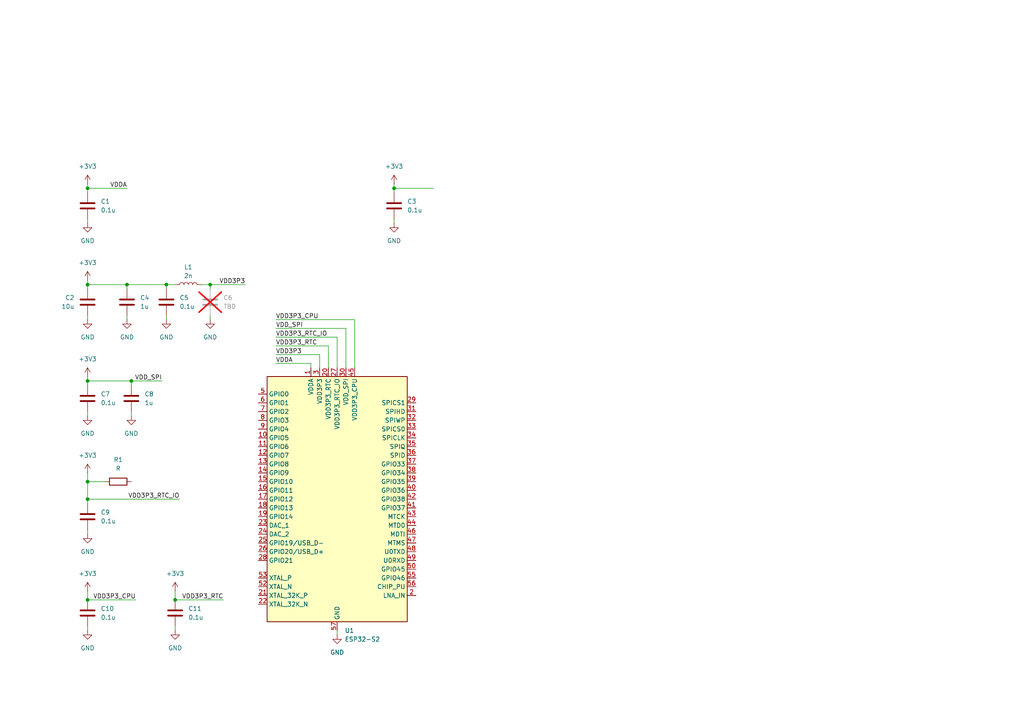
<source format=kicad_sch>
(kicad_sch (version 20231120) (generator "eeschema") (generator_version "8.0")
  (paper "A4")
  (lib_symbols
    (symbol "Device:C" (pin_numbers hide) (pin_names (offset 0.254))
      (property "Reference" "C" (at 0.635 2.54 0))
      (property "Value" "C" (at 0.635 -2.54 0))
      (symbol "C_0_1"
        (polyline (pts (xy -2.032 -0.762) (xy 2.032 -0.762)) (stroke (width 0.508)))
        (polyline (pts (xy -2.032 0.762) (xy 2.032 0.762)) (stroke (width 0.508)))
      )
      (symbol "C_1_1"
        (pin passive line (at 0 3.81 270) (length 2.794) (name "~") (number "1"))
        (pin passive line (at 0 -3.81 90) (length 2.794) (name "~") (number "2"))
      )
    )
    (symbol "Device:L" (pin_numbers hide) (pin_names (offset 1.016) hide)
      (property "Reference" "L" (at -1.27 0 90))
      (property "Value" "L" (at 1.905 0 90))
      (symbol "L_0_1"
        (arc (start 0 -2.54) (mid 0.6323 -1.905) (end 0 -1.27))
        (arc (start 0 -1.27) (mid 0.6323 -0.635) (end 0 0))
        (arc (start 0 0) (mid 0.6323 0.635) (end 0 1.27))
        (arc (start 0 1.27) (mid 0.6323 1.905) (end 0 2.54))
      )
      (symbol "L_1_1"
        (pin passive line (at 0 3.81 270) (length 1.27) (name "1") (number "1"))
        (pin passive line (at 0 -3.81 90) (length 1.27) (name "2") (number "2"))
      )
    )
    (symbol "Device:R" (pin_numbers hide) (pin_names (offset 0))
      (property "Reference" "R" (at 2.032 0 90))
      (property "Value" "R" (at 0 0 90))
      (symbol "R_0_1"
        (rectangle (start -1.016 -2.54) (end 1.016 2.54) (stroke (width 0.254)))
      )
      (symbol "R_1_1"
        (pin passive line (at 0 3.81 270) (length 1.27) (name "~") (number "1"))
        (pin passive line (at 0 -3.81 90) (length 1.27) (name "~") (number "2"))
      )
    )
    (symbol "MCU_Espressif:ESP32-S2"
      (property "Reference" "U" (at 12.7 -38.1 0))
      (property "Value" "ESP32-S2" (at 16.51 -40.64 0))
      (symbol "ESP32-S2_0_1"
        (rectangle (start -20.32 35.56) (end 20.32 -35.56) (stroke (width 0.254)) (fill (type background)))
      )
      (symbol "ESP32-S2_1_1"
        (pin power_in line (at -7.62 38.1 270) (length 2.54) (name "VDDA") (number "1"))
        (pin bidirectional line (at -22.86 17.78 0) (length 2.54) (name "GPIO5") (number "10"))
        (pin bidirectional line (at -22.86 15.24 0) (length 2.54) (name "GPIO6") (number "11"))
        (pin bidirectional line (at -22.86 12.7 0) (length 2.54) (name "GPIO7") (number "12"))
        (pin bidirectional line (at -22.86 10.16 0) (length 2.54) (name "GPIO8") (number "13"))
        (pin bidirectional line (at -22.86 7.62 0) (length 2.54) (name "GPIO9") (number "14"))
        (pin bidirectional line (at -22.86 5.08 0) (length 2.54) (name "GPIO10") (number "15"))
        (pin bidirectional line (at -22.86 2.54 0) (length 2.54) (name "GPIO11") (number "16"))
        (pin bidirectional line (at -22.86 0 0) (length 2.54) (name "GPIO12") (number "17"))
        (pin bidirectional line (at -22.86 -2.54 0) (length 2.54) (name "GPIO13") (number "18"))
        (pin bidirectional line (at -22.86 -5.08 0) (length 2.54) (name "GPIO14") (number "19"))
        (pin bidirectional line (at 22.86 -27.94 180) (length 2.54) (name "LNA_IN") (number "2"))
        (pin power_in line (at -2.54 38.1 270) (length 2.54) (name "VDD3P3_RTC") (number "20"))
        (pin passive line (at -22.86 -27.94 0) (length 2.54) (name "XTAL_32K_P") (number "21"))
        (pin passive line (at -22.86 -30.48 0) (length 2.54) (name "XTAL_32K_N") (number "22"))
        (pin bidirectional line (at -22.86 -7.62 0) (length 2.54) (name "DAC_1") (number "23"))
        (pin bidirectional line (at -22.86 -10.16 0) (length 2.54) (name "DAC_2") (number "24"))
        (pin bidirectional line (at -22.86 -12.7 0) (length 2.54) (name "GPIO19/USB_D-") (number "25"))
        (pin bidirectional line (at -22.86 -15.24 0) (length 2.54) (name "GPIO20/USB_D+") (number "26"))
        (pin power_in line (at 0 38.1 270) (length 2.54) (name "VDD3P3_RTC_IO") (number "27"))
        (pin bidirectional line (at -22.86 -17.78 0) (length 2.54) (name "GPIO21") (number "28"))
        (pin bidirectional line (at 22.86 27.94 180) (length 2.54) (name "SPICS1") (number "29"))
        (pin power_in line (at -5.08 38.1 270) (length 2.54) (name "VDD3P3") (number "3"))
        (pin power_out line (at 2.54 38.1 270) (length 2.54) (name "VDD_SPI") (number "30"))
        (pin bidirectional line (at 22.86 25.4 180) (length 2.54) (name "SPIHD") (number "31"))
        (pin bidirectional line (at 22.86 22.86 180) (length 2.54) (name "SPIWP") (number "32"))
        (pin bidirectional line (at 22.86 20.32 180) (length 2.54) (name "SPICS0") (number "33"))
        (pin bidirectional line (at 22.86 17.78 180) (length 2.54) (name "SPICLK") (number "34"))
        (pin bidirectional line (at 22.86 15.24 180) (length 2.54) (name "SPIQ") (number "35"))
        (pin bidirectional line (at 22.86 12.7 180) (length 2.54) (name "SPID") (number "36"))
        (pin bidirectional line (at 22.86 10.16 180) (length 2.54) (name "GPIO33") (number "37"))
        (pin bidirectional line (at 22.86 7.62 180) (length 2.54) (name "GPIO34") (number "38"))
        (pin bidirectional line (at 22.86 5.08 180) (length 2.54) (name "GPIO35") (number "39"))
        (pin passive line (at -5.08 38.1 270) (length 2.54) hide (name "VDD3P3") (number "4"))
        (pin bidirectional line (at 22.86 2.54 180) (length 2.54) (name "GPIO36") (number "40"))
        (pin bidirectional line (at 22.86 -2.54 180) (length 2.54) (name "GPIO37") (number "41"))
        (pin bidirectional line (at 22.86 0 180) (length 2.54) (name "GPIO38") (number "42"))
        (pin bidirectional line (at 22.86 -5.08 180) (length 2.54) (name "MTCK") (number "43"))
        (pin bidirectional line (at 22.86 -7.62 180) (length 2.54) (name "MTD0") (number "44"))
        (pin power_in line (at 5.08 38.1 270) (length 2.54) (name "VDD3P3_CPU") (number "45"))
        (pin bidirectional line (at 22.86 -10.16 180) (length 2.54) (name "MDTI") (number "46"))
        (pin bidirectional line (at 22.86 -12.7 180) (length 2.54) (name "MTMS") (number "47"))
        (pin bidirectional line (at 22.86 -15.24 180) (length 2.54) (name "U0TXD") (number "48"))
        (pin bidirectional line (at 22.86 -17.78 180) (length 2.54) (name "U0RXD") (number "49"))
        (pin bidirectional line (at -22.86 30.48 0) (length 2.54) (name "GPIO0") (number "5"))
        (pin bidirectional line (at 22.86 -20.32 180) (length 2.54) (name "GPIO45") (number "50"))
        (pin passive line (at -7.62 38.1 270) (length 2.54) hide (name "VDDA") (number "51"))
        (pin output line (at -22.86 -25.4 0) (length 2.54) (name "XTAL_N") (number "52"))
        (pin input line (at -22.86 -22.86 0) (length 2.54) (name "XTAL_P") (number "53"))
        (pin passive line (at -7.62 38.1 270) (length 2.54) hide (name "VDDA") (number "54"))
        (pin input line (at 22.86 -22.86 180) (length 2.54) (name "GPIO46") (number "55"))
        (pin input line (at 22.86 -25.4 180) (length 2.54) (name "CHIP_PU") (number "56"))
        (pin power_in line (at 0 -38.1 90) (length 2.54) (name "GND") (number "57"))
        (pin bidirectional line (at -22.86 27.94 0) (length 2.54) (name "GPIO1") (number "6"))
        (pin bidirectional line (at -22.86 25.4 0) (length 2.54) (name "GPIO2") (number "7"))
        (pin bidirectional line (at -22.86 22.86 0) (length 2.54) (name "GPIO3") (number "8"))
        (pin bidirectional line (at -22.86 20.32 0) (length 2.54) (name "GPIO4") (number "9"))
      )
    )
    (symbol "power:+3V3" (power) (pin_numbers hide) (pin_names (offset 0) hide)
      (property "Value" "+3V3" (at 0 3.556 0))
      (symbol "+3V3_0_1"
        (polyline (pts (xy -0.762 1.27) (xy 0 2.54)))
        (polyline (pts (xy 0 0) (xy 0 2.54)))
        (polyline (pts (xy 0 2.54) (xy 0.762 1.27)))
      )
      (symbol "+3V3_1_1"
        (pin power_in line (at 0 0 90) (length 0) (name "~") (number "1"))
      )
    )
    (symbol "power:GND" (power) (pin_numbers hide) (pin_names (offset 0) hide)
      (property "Value" "GND" (at 0 -3.81 0))
      (symbol "GND_0_1"
        (polyline (pts (xy 0 0) (xy 0 -1.27) (xy 1.27 -1.27) (xy 0 -2.54) (xy -1.27 -1.27) (xy 0 -1.27)))
      )
      (symbol "GND_1_1"
        (pin power_in line (at 0 0 270) (length 0) (name "~") (number "1"))
      )
    )
  )
  (junction (at 25.4 110.49))
  (junction (at 50.8 173.99))
  (junction (at 25.4 82.55))
  (junction (at 38.1 110.49))
  (junction (at 48.26 82.55))
  (junction (at 25.4 173.99))
  (junction (at 60.96 82.55))
  (junction (at 25.4 54.61))
  (junction (at 25.4 144.78))
  (junction (at 25.4 139.7))
  (junction (at 36.83 82.55))
  (junction (at 114.3 54.61))
  (wire (pts (xy 80.01 105.41) (xy 90.17 105.41)))
  (wire (pts (xy 36.83 82.55) (xy 36.83 83.82)))
  (wire (pts (xy 38.1 110.49) (xy 46.99 110.49)))
  (wire (pts (xy 25.4 144.78) (xy 52.07 144.78)))
  (wire (pts (xy 25.4 144.78) (xy 25.4 146.05)))
  (wire (pts (xy 25.4 139.7) (xy 30.48 139.7)))
  (wire (pts (xy 38.1 110.49) (xy 38.1 111.76)))
  (wire (pts (xy 25.4 173.99) (xy 39.37 173.99)))
  (wire (pts (xy 25.4 139.7) (xy 25.4 144.78)))
  (wire (pts (xy 80.01 97.79) (xy 97.79 97.79)))
  (wire (pts (xy 38.1 119.38) (xy 38.1 120.65)))
  (wire (pts (xy 25.4 110.49) (xy 38.1 110.49)))
  (wire (pts (xy 25.4 54.61) (xy 25.4 55.88)))
  (wire (pts (xy 60.96 82.55) (xy 58.42 82.55)))
  (wire (pts (xy 114.3 53.34) (xy 114.3 54.61)))
  (wire (pts (xy 50.8 173.99) (xy 64.77 173.99)))
  (wire (pts (xy 25.4 81.28) (xy 25.4 82.55)))
  (wire (pts (xy 114.3 54.61) (xy 114.3 55.88)))
  (wire (pts (xy 80.01 102.87) (xy 92.71 102.87)))
  (wire (pts (xy 25.4 109.22) (xy 25.4 110.49)))
  (wire (pts (xy 25.4 82.55) (xy 36.83 82.55)))
  (wire (pts (xy 50.8 181.61) (xy 50.8 182.88)))
  (wire (pts (xy 25.4 119.38) (xy 25.4 120.65)))
  (wire (pts (xy 80.01 92.71) (xy 102.87 92.71)))
  (wire (pts (xy 25.4 53.34) (xy 25.4 54.61)))
  (wire (pts (xy 25.4 181.61) (xy 25.4 182.88)))
  (wire (pts (xy 48.26 82.55) (xy 48.26 83.82)))
  (wire (pts (xy 114.3 63.5) (xy 114.3 64.77)))
  (wire (pts (xy 36.83 91.44) (xy 36.83 92.71)))
  (wire (pts (xy 36.83 82.55) (xy 48.26 82.55)))
  (wire (pts (xy 60.96 91.44) (xy 60.96 92.71)))
  (wire (pts (xy 25.4 137.16) (xy 25.4 139.7)))
  (wire (pts (xy 25.4 171.45) (xy 25.4 173.99)))
  (wire (pts (xy 97.79 97.79) (xy 97.79 106.68)))
  (wire (pts (xy 25.4 54.61) (xy 36.83 54.61)))
  (wire (pts (xy 80.01 95.25) (xy 100.33 95.25)))
  (wire (pts (xy 25.4 153.67) (xy 25.4 154.94)))
  (wire (pts (xy 25.4 91.44) (xy 25.4 92.71)))
  (wire (pts (xy 114.3 54.61) (xy 125.73 54.61)))
  (wire (pts (xy 90.17 105.41) (xy 90.17 106.68)))
  (wire (pts (xy 50.8 171.45) (xy 50.8 173.99)))
  (wire (pts (xy 25.4 63.5) (xy 25.4 64.77)))
  (wire (pts (xy 100.33 95.25) (xy 100.33 106.68)))
  (wire (pts (xy 92.71 102.87) (xy 92.71 106.68)))
  (wire (pts (xy 80.01 100.33) (xy 95.25 100.33)))
  (wire (pts (xy 97.79 182.88) (xy 97.79 184.15)))
  (wire (pts (xy 60.96 83.82) (xy 60.96 82.55)))
  (wire (pts (xy 25.4 82.55) (xy 25.4 83.82)))
  (wire (pts (xy 95.25 100.33) (xy 95.25 106.68)))
  (wire (pts (xy 48.26 91.44) (xy 48.26 92.71)))
  (wire (pts (xy 25.4 110.49) (xy 25.4 111.76)))
  (wire (pts (xy 102.87 92.71) (xy 102.87 106.68)))
  (wire (pts (xy 60.96 82.55) (xy 71.12 82.55)))
  (wire (pts (xy 48.26 82.55) (xy 50.8 82.55)))
  (label "VDD3P3_RTC_IO" (at 80.01 97.79 0))
  (label "VDD3P3_RTC" (at 80.01 100.33 0))
  (label "VDD3P3_RTC" (at 64.77 173.99 180))
  (label "VDD3P3" (at 71.12 82.55 180))
  (label "VDDA" (at 36.83 54.61 180))
  (label "VDD_SPI" (at 46.99 110.49 180))
  (label "VDD_SPI" (at 80.01 95.25 0))
  (label "VDDA" (at 80.01 105.41 0))
  (label "VDD3P3_CPU" (at 39.37 173.99 180))
  (label "VDD3P3" (at 80.01 102.87 0))
  (label "VDD3P3_RTC_IO" (at 52.07 144.78 180))
  (label "VDD3P3_CPU" (at 80.01 92.71 0))
  (symbol (lib_id "power:GND") (at 114.3 64.77 0) (unit 1)
    (property "Reference" "#PWR07" (effects (hide yes)))
    (property "Value" "GND" (at 114.3 69.85 0))
    (property "Description" "Power symbol creates a global label with name \"GND\" , ground" (effects (hide yes)))
  )
  (symbol (lib_id "Device:C") (at 50.8 177.8 0) (unit 1)
    (property "Reference" "C11" (at 54.61 176.5299 0) (effects (justify left)))
    (property "Value" "0.1u" (at 54.61 179.0699 0) (effects (justify left)))
    (property "Footprint" "Capacitor_SMD:C_1206_3216Metric_Pad1.33x1.80mm_HandSolder" (effects (hide yes)))
    (property "Description" "Unpolarized capacitor" (effects (hide yes)))
  )
  (symbol (lib_id "power:+3V3") (at 25.4 137.16 0) (unit 1)
    (property "Reference" "#PWR014" (effects (hide yes)))
    (property "Value" "+3V3" (at 25.4 132.08 0))
    (property "Description" "Power symbol creates a global label with name \"+3V3\"" (effects (hide yes)))
  )
  (symbol (lib_id "power:GND") (at 97.79 184.15 0) (unit 1)
    (property "Reference" "#PWR01" (effects (hide yes)))
    (property "Value" "GND" (at 97.79 189.23 0))
    (property "Description" "Power symbol creates a global label with name \"GND\" , ground" (effects (hide yes)))
  )
  (symbol (lib_id "power:GND") (at 25.4 92.71 0) (unit 1)
    (property "Reference" "#PWR05" (effects (hide yes)))
    (property "Value" "GND" (at 25.4 97.79 0))
    (property "Description" "Power symbol creates a global label with name \"GND\" , ground" (effects (hide yes)))
  )
  (symbol (lib_id "Device:C") (at 60.96 87.63 0) (unit 1) (in_bom no) (dnp yes)
    (property "Reference" "C6" (at 64.77 86.3599 0) (effects (justify left)))
    (property "Value" "TBD" (at 64.77 88.8999 0) (effects (justify left)))
    (property "Footprint" "Capacitor_SMD:C_0402_1005Metric_Pad0.74x0.62mm_HandSolder" (effects (hide yes)))
    (property "Description" "Unpolarized capacitor" (effects (hide yes)))
  )
  (symbol (lib_id "power:+3V3") (at 114.3 53.34 0) (unit 1)
    (property "Reference" "#PWR06" (effects (hide yes)))
    (property "Value" "+3V3" (at 114.3 48.26 0))
    (property "Description" "Power symbol creates a global label with name \"+3V3\"" (effects (hide yes)))
  )
  (symbol (lib_id "Device:C") (at 36.83 87.63 0) (unit 1)
    (property "Reference" "C4" (at 40.64 86.3599 0) (effects (justify left)))
    (property "Value" "1u" (at 40.64 88.8999 0) (effects (justify left)))
    (property "Footprint" "Capacitor_SMD:C_1206_3216Metric_Pad1.33x1.80mm_HandSolder" (effects (hide yes)))
    (property "Description" "Unpolarized capacitor" (effects (hide yes)))
  )
  (symbol (lib_id "power:GND") (at 60.96 92.71 0) (unit 1)
    (property "Reference" "#PWR010" (effects (hide yes)))
    (property "Value" "GND" (at 60.96 97.79 0))
    (property "Description" "Power symbol creates a global label with name \"GND\" , ground" (effects (hide yes)))
  )
  (symbol (lib_id "power:GND") (at 38.1 120.65 0) (unit 1)
    (property "Reference" "#PWR013" (effects (hide yes)))
    (property "Value" "GND" (at 38.1 125.73 0))
    (property "Description" "Power symbol creates a global label with name \"GND\" , ground" (effects (hide yes)))
  )
  (symbol (lib_id "power:+3V3") (at 25.4 171.45 0) (unit 1)
    (property "Reference" "#PWR016" (effects (hide yes)))
    (property "Value" "+3V3" (at 25.4 166.37 0))
    (property "Description" "Power symbol creates a global label with name \"+3V3\"" (effects (hide yes)))
  )
  (symbol (lib_id "Device:C") (at 25.4 149.86 0) (unit 1)
    (property "Reference" "C9" (at 29.21 148.5899 0) (effects (justify left)))
    (property "Value" "0.1u" (at 29.21 151.1299 0) (effects (justify left)))
    (property "Footprint" "Capacitor_SMD:C_1206_3216Metric_Pad1.33x1.80mm_HandSolder" (effects (hide yes)))
    (property "Description" "Unpolarized capacitor" (effects (hide yes)))
  )
  (symbol (lib_id "power:GND") (at 25.4 154.94 0) (unit 1)
    (property "Reference" "#PWR015" (effects (hide yes)))
    (property "Value" "GND" (at 25.4 160.02 0))
    (property "Description" "Power symbol creates a global label with name \"GND\" , ground" (effects (hide yes)))
  )
  (symbol (lib_id "Device:C") (at 25.4 87.63 0) (mirror y) (unit 1)
    (property "Reference" "C2" (at 21.59 86.3599 0) (effects (justify left)))
    (property "Value" "10u" (at 21.59 88.8999 0) (effects (justify left)))
    (property "Footprint" "Capacitor_SMD:C_1206_3216Metric_Pad1.33x1.80mm_HandSolder" (effects (hide yes)))
    (property "Description" "Unpolarized capacitor" (effects (hide yes)))
  )
  (symbol (lib_id "power:GND") (at 48.26 92.71 0) (unit 1)
    (property "Reference" "#PWR09" (effects (hide yes)))
    (property "Value" "GND" (at 48.26 97.79 0))
    (property "Description" "Power symbol creates a global label with name \"GND\" , ground" (effects (hide yes)))
  )
  (symbol (lib_id "MCU_Espressif:ESP32-S2") (at 97.79 144.78 0) (unit 1)
    (property "Reference" "U1" (at 99.9841 182.88 0) (effects (justify left)))
    (property "Value" "ESP32-S2" (at 99.9841 185.42 0) (effects (justify left)))
    (property "Footprint" "Package_DFN_QFN:QFN-56-1EP_7x7mm_P0.4mm_EP4x4mm" (effects (hide yes)))
    (property "Datasheet" "https://www.espressif.com/sites/default/files/documentation/esp32-s2_datasheet_en.pdf" (effects (hide yes)))
    (property "Description" "Microcontroller, Wi-Fi 802.11b/g/n, Bluetooth, 32bit" (effects (hide yes)))
  )
  (symbol (lib_id "power:GND") (at 36.83 92.71 0) (unit 1)
    (property "Reference" "#PWR08" (effects (hide yes)))
    (property "Value" "GND" (at 36.83 97.79 0))
    (property "Description" "Power symbol creates a global label with name \"GND\" , ground" (effects (hide yes)))
  )
  (symbol (lib_id "Device:C") (at 114.3 59.69 0) (unit 1)
    (property "Reference" "C3" (at 118.11 58.4199 0) (effects (justify left)))
    (property "Value" "0.1u" (at 118.11 60.9599 0) (effects (justify left)))
    (property "Footprint" "Capacitor_SMD:C_1206_3216Metric_Pad1.33x1.80mm_HandSolder" (effects (hide yes)))
    (property "Description" "Unpolarized capacitor" (effects (hide yes)))
  )
  (symbol (lib_id "power:+3V3") (at 25.4 81.28 0) (unit 1)
    (property "Reference" "#PWR04" (effects (hide yes)))
    (property "Value" "+3V3" (at 25.4 76.2 0))
    (property "Description" "Power symbol creates a global label with name \"+3V3\"" (effects (hide yes)))
  )
  (symbol (lib_id "power:GND") (at 50.8 182.88 0) (unit 1)
    (property "Reference" "#PWR019" (effects (hide yes)))
    (property "Value" "GND" (at 50.8 187.96 0))
    (property "Description" "Power symbol creates a global label with name \"GND\" , ground" (effects (hide yes)))
  )
  (symbol (lib_id "Device:R") (at 34.29 139.7 270) (unit 1)
    (property "Reference" "R1" (at 34.29 133.35 90))
    (property "Value" "R" (at 34.29 135.89 90))
    (property "Footprint" "PCM_Resistor_SMD_AKL:R_1206_3216Metric_Pad1.30x1.75mm" (effects (hide yes)))
    (property "Description" "Resistor" (effects (hide yes)))
  )
  (symbol (lib_id "Device:C") (at 25.4 115.57 0) (unit 1)
    (property "Reference" "C7" (at 29.21 114.2999 0) (effects (justify left)))
    (property "Value" "0.1u" (at 29.21 116.8399 0) (effects (justify left)))
    (property "Footprint" "Capacitor_SMD:C_1206_3216Metric_Pad1.33x1.80mm_HandSolder" (effects (hide yes)))
    (property "Description" "Unpolarized capacitor" (effects (hide yes)))
  )
  (symbol (lib_id "Device:C") (at 48.26 87.63 0) (unit 1)
    (property "Reference" "C5" (at 52.07 86.3599 0) (effects (justify left)))
    (property "Value" "0.1u" (at 52.07 88.8999 0) (effects (justify left)))
    (property "Footprint" "Capacitor_SMD:C_0402_1005Metric_Pad0.74x0.62mm_HandSolder" (effects (hide yes)))
    (property "Description" "Unpolarized capacitor" (effects (hide yes)))
  )
  (symbol (lib_id "power:+3V3") (at 25.4 109.22 0) (unit 1)
    (property "Reference" "#PWR011" (effects (hide yes)))
    (property "Value" "+3V3" (at 25.4 104.14 0))
    (property "Description" "Power symbol creates a global label with name \"+3V3\"" (effects (hide yes)))
  )
  (symbol (lib_id "power:+3V3") (at 50.8 171.45 0) (unit 1)
    (property "Reference" "#PWR018" (effects (hide yes)))
    (property "Value" "+3V3" (at 50.8 166.37 0))
    (property "Description" "Power symbol creates a global label with name \"+3V3\"" (effects (hide yes)))
  )
  (symbol (lib_id "Device:C") (at 38.1 115.57 0) (unit 1)
    (property "Reference" "C8" (at 41.91 114.2999 0) (effects (justify left)))
    (property "Value" "1u" (at 41.91 116.8399 0) (effects (justify left)))
    (property "Footprint" "Capacitor_SMD:C_1206_3216Metric_Pad1.33x1.80mm_HandSolder" (effects (hide yes)))
    (property "Description" "Unpolarized capacitor" (effects (hide yes)))
  )
  (symbol (lib_id "power:GND") (at 25.4 182.88 0) (unit 1)
    (property "Reference" "#PWR017" (effects (hide yes)))
    (property "Value" "GND" (at 25.4 187.96 0))
    (property "Description" "Power symbol creates a global label with name \"GND\" , ground" (effects (hide yes)))
  )
  (symbol (lib_id "Device:C") (at 25.4 59.69 0) (unit 1)
    (property "Reference" "C1" (at 29.21 58.4199 0) (effects (justify left)))
    (property "Value" "0.1u" (at 29.21 60.9599 0) (effects (justify left)))
    (property "Footprint" "Capacitor_SMD:C_1206_3216Metric_Pad1.33x1.80mm_HandSolder" (effects (hide yes)))
    (property "Description" "Unpolarized capacitor" (effects (hide yes)))
  )
  (symbol (lib_id "Device:C") (at 25.4 177.8 0) (unit 1)
    (property "Reference" "C10" (at 29.21 176.5299 0) (effects (justify left)))
    (property "Value" "0.1u" (at 29.21 179.0699 0) (effects (justify left)))
    (property "Footprint" "Capacitor_SMD:C_1206_3216Metric_Pad1.33x1.80mm_HandSolder" (effects (hide yes)))
    (property "Description" "Unpolarized capacitor" (effects (hide yes)))
  )
  (symbol (lib_id "Device:L") (at 54.61 82.55 90) (unit 1)
    (property "Reference" "L1" (at 54.61 77.47 90))
    (property "Value" "2n" (at 54.61 80.01 90))
    (property "Footprint" "Inductor_SMD:L_0402_1005Metric_Pad0.77x0.64mm_HandSolder" (effects (hide yes)))
    (property "Description" "Inductor" (effects (hide yes)))
  )
  (symbol (lib_id "power:+3V3") (at 25.4 53.34 0) (unit 1)
    (property "Reference" "#PWR02" (effects (hide yes)))
    (property "Value" "+3V3" (at 25.4 48.26 0))
    (property "Description" "Power symbol creates a global label with name \"+3V3\"" (effects (hide yes)))
  )
  (symbol (lib_id "power:GND") (at 25.4 64.77 0) (unit 1)
    (property "Reference" "#PWR03" (effects (hide yes)))
    (property "Value" "GND" (at 25.4 69.85 0))
    (property "Description" "Power symbol creates a global label with name \"GND\" , ground" (effects (hide yes)))
  )
  (symbol (lib_id "power:GND") (at 25.4 120.65 0) (unit 1)
    (property "Reference" "#PWR012" (effects (hide yes)))
    (property "Value" "GND" (at 25.4 125.73 0))
    (property "Description" "Power symbol creates a global label with name \"GND\" , ground" (effects (hide yes)))
  )
)
</source>
